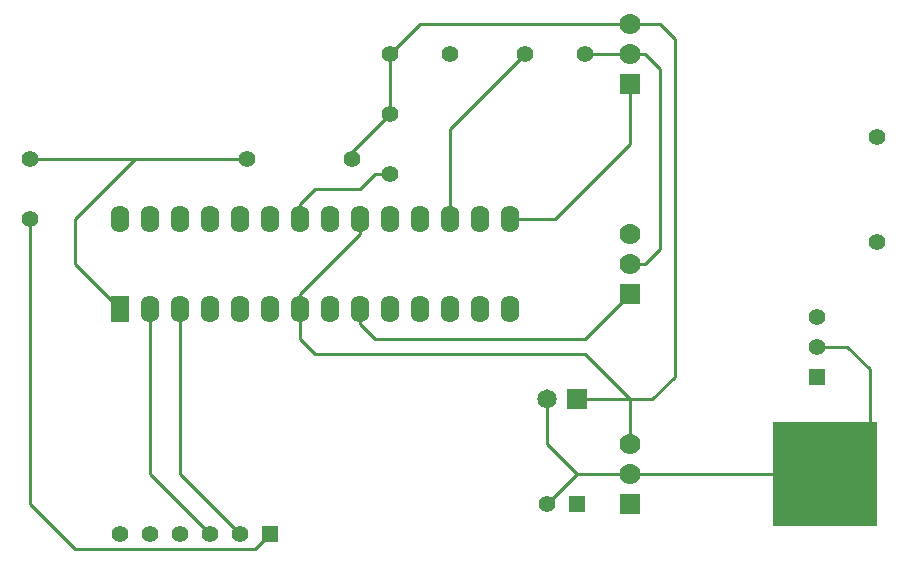
<source format=gbl>
G04 (created by PCBNEW (2013-07-07 BZR 4022)-stable) date 5/29/2014 5:34:06 PM*
%MOIN*%
G04 Gerber Fmt 3.4, Leading zero omitted, Abs format*
%FSLAX34Y34*%
G01*
G70*
G90*
G04 APERTURE LIST*
%ADD10C,0.00590551*%
%ADD11R,0.07X0.07*%
%ADD12C,0.07*%
%ADD13R,0.35X0.35*%
%ADD14R,0.055X0.055*%
%ADD15C,0.055*%
%ADD16O,0.062X0.09*%
%ADD17R,0.062X0.09*%
%ADD18R,0.065X0.065*%
%ADD19C,0.065*%
%ADD20C,0.01*%
G04 APERTURE END LIST*
G54D10*
G54D11*
X27000Y-10000D03*
G54D12*
X27000Y-8000D03*
X27000Y-9000D03*
G54D11*
X27000Y-17000D03*
G54D12*
X27000Y-15000D03*
X27000Y-16000D03*
G54D11*
X27000Y-24000D03*
G54D12*
X27000Y-22000D03*
X27000Y-23000D03*
G54D13*
X33500Y-23000D03*
G54D14*
X15000Y-25000D03*
G54D15*
X14000Y-25000D03*
X13000Y-25000D03*
X12000Y-25000D03*
X11000Y-25000D03*
X10000Y-25000D03*
G54D14*
X33250Y-19750D03*
G54D15*
X33250Y-18750D03*
X33250Y-17750D03*
X17750Y-12500D03*
X14250Y-12500D03*
G54D16*
X11000Y-17500D03*
X12000Y-17500D03*
X13000Y-17500D03*
X14000Y-17500D03*
X15000Y-17500D03*
X16000Y-17500D03*
X17000Y-17500D03*
X18000Y-17500D03*
X19000Y-17500D03*
X20000Y-17500D03*
X21000Y-17500D03*
X22000Y-17500D03*
X23000Y-17500D03*
G54D17*
X10000Y-17500D03*
G54D16*
X23000Y-14500D03*
X22000Y-14500D03*
X21000Y-14500D03*
X20000Y-14500D03*
X19000Y-14500D03*
X18000Y-14500D03*
X17000Y-14500D03*
X16000Y-14500D03*
X15000Y-14500D03*
X14000Y-14500D03*
X13000Y-14500D03*
X12000Y-14500D03*
X11000Y-14500D03*
X10000Y-14500D03*
G54D15*
X23500Y-9000D03*
X25500Y-9000D03*
X19000Y-11000D03*
X19000Y-13000D03*
X7000Y-12500D03*
X7000Y-14500D03*
X19000Y-9000D03*
X21000Y-9000D03*
G54D18*
X25250Y-20500D03*
G54D19*
X24250Y-20500D03*
G54D14*
X25250Y-24000D03*
G54D15*
X24250Y-24000D03*
X35250Y-11750D03*
X35250Y-15250D03*
G54D20*
X14250Y-12500D02*
X7000Y-12500D01*
X14250Y-12500D02*
X10500Y-12500D01*
X8500Y-16000D02*
X10000Y-17500D01*
X8500Y-14500D02*
X8500Y-16000D01*
X10500Y-12500D02*
X8500Y-14500D01*
X14000Y-25000D02*
X12000Y-23000D01*
X12000Y-23000D02*
X12000Y-17500D01*
X7000Y-14500D02*
X7000Y-24000D01*
X14500Y-25500D02*
X15000Y-25000D01*
X8500Y-25500D02*
X14500Y-25500D01*
X7000Y-24000D02*
X8500Y-25500D01*
X23000Y-14500D02*
X24500Y-14500D01*
X27000Y-12000D02*
X27000Y-10000D01*
X24500Y-14500D02*
X27000Y-12000D01*
X23500Y-9000D02*
X21000Y-11500D01*
X21000Y-11500D02*
X21000Y-14500D01*
X19000Y-13000D02*
X18500Y-13000D01*
X16000Y-14000D02*
X16000Y-14500D01*
X16500Y-13500D02*
X16000Y-14000D01*
X18000Y-13500D02*
X16500Y-13500D01*
X18500Y-13000D02*
X18000Y-13500D01*
X27000Y-17000D02*
X25500Y-18500D01*
X18000Y-18000D02*
X18000Y-17500D01*
X18500Y-18500D02*
X18000Y-18000D01*
X25500Y-18500D02*
X18500Y-18500D01*
X13000Y-25000D02*
X11000Y-23000D01*
X11000Y-23000D02*
X11000Y-17500D01*
X25250Y-20500D02*
X27000Y-20500D01*
X19000Y-11000D02*
X19000Y-9000D01*
X19000Y-9000D02*
X20000Y-8000D01*
X20000Y-8000D02*
X27000Y-8000D01*
X27000Y-8000D02*
X28000Y-8000D01*
X27750Y-20500D02*
X27000Y-20500D01*
X28500Y-19750D02*
X27750Y-20500D01*
X28500Y-8500D02*
X28500Y-19750D01*
X28000Y-8000D02*
X28500Y-8500D01*
X16000Y-17500D02*
X16000Y-17000D01*
X18000Y-15000D02*
X18000Y-14500D01*
X16000Y-17000D02*
X18000Y-15000D01*
X17750Y-12500D02*
X17750Y-12250D01*
X17750Y-12250D02*
X19000Y-11000D01*
X16000Y-17500D02*
X16000Y-18500D01*
X25500Y-19000D02*
X27000Y-20500D01*
X16500Y-19000D02*
X25500Y-19000D01*
X16000Y-18500D02*
X16500Y-19000D01*
X27000Y-22000D02*
X27000Y-20500D01*
X24250Y-24000D02*
X25250Y-23000D01*
X24250Y-20500D02*
X24250Y-22000D01*
X24250Y-22000D02*
X25250Y-23000D01*
X27000Y-23000D02*
X33500Y-23000D01*
X33500Y-23000D02*
X35000Y-21500D01*
X34250Y-18750D02*
X33250Y-18750D01*
X35000Y-19500D02*
X34250Y-18750D01*
X35000Y-21500D02*
X35000Y-19500D01*
X27000Y-9000D02*
X25500Y-9000D01*
X27000Y-16000D02*
X27500Y-16000D01*
X27500Y-9000D02*
X27000Y-9000D01*
X28000Y-9500D02*
X27500Y-9000D01*
X28000Y-15500D02*
X28000Y-9500D01*
X27500Y-16000D02*
X28000Y-15500D01*
X25250Y-23000D02*
X27000Y-23000D01*
X27000Y-23000D02*
X25250Y-23000D01*
M02*

</source>
